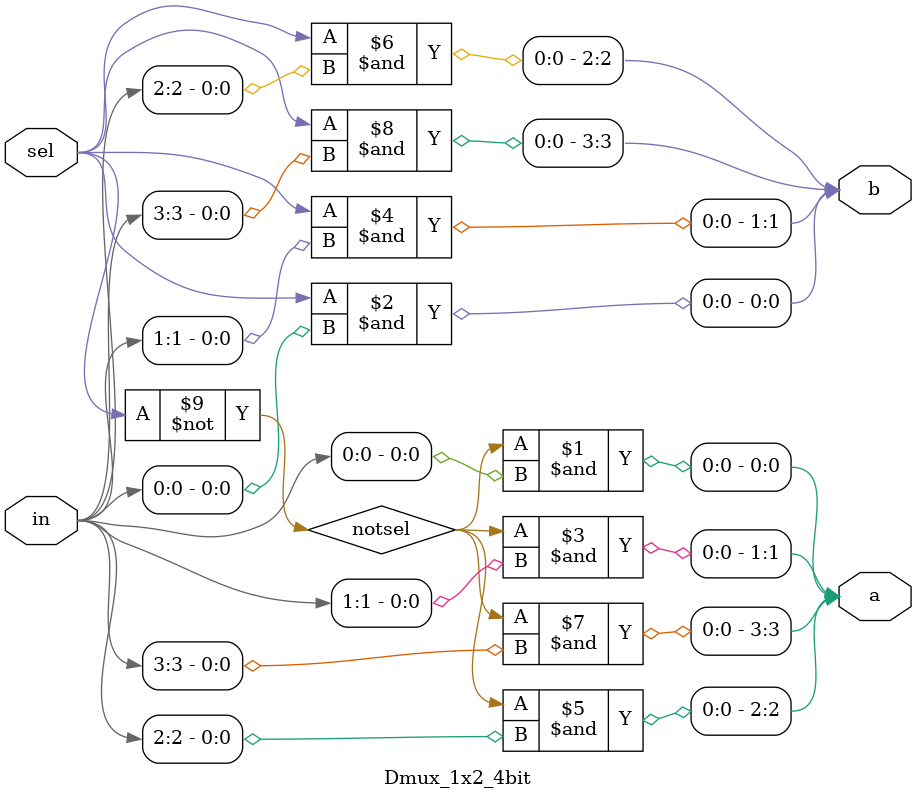
<source format=v>
`timescale 1ns/1ps

module Dmux_1x4_4bit(in, a, b, c, d, sel);
    
    input [4-1:0] in;
    input [2-1:0] sel;
    output [4-1:0] a, b, c, d;
     
    wire [3:0] w1,w2;
    
    Dmux_1x2_4bit DMUX1(w1, w2, sel[1], in);
    Dmux_1x2_4bit DMUX2(a, b, sel[0], w1);
    Dmux_1x2_4bit DMUX3(c, d, sel[0], w2);
    
endmodule

module Dmux_1x2_4bit(a,b,sel,in);
    input [3:0] in;
    input  sel;
    output [3:0] a, b;
    
    wire notsel;
    
    not not1(notsel, sel);
    
    // 4bit outputs
    and and1(a[0], notsel, in[0]);
    and and2(b[0], sel, in[0]);
    
    and and3(a[1], notsel, in[1]);
    and and4(b[1], sel, in[1]);
    
    and and5(a[2], notsel, in[2]);
    and and6(b[2], sel, in[2]);
    
    and and7(a[3], notsel, in[3]);
    and and8(b[3], sel, in[3]);

endmodule
</source>
